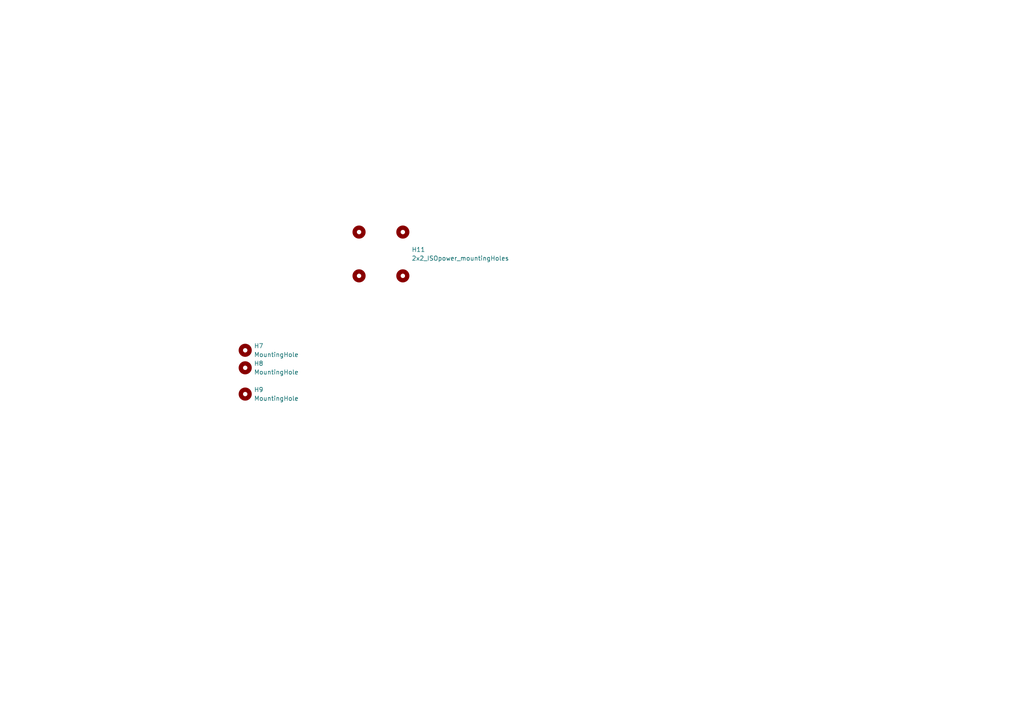
<source format=kicad_sch>
(kicad_sch (version 20211123) (generator eeschema)
  (paper "A4")
  (lib_symbols
    (symbol "000_Mechanical_Immo:2x2_ISOpower_mountingHoles" (pin_names (offset 1.016))
      (property "Reference" "H" (at 0 5.08 0))
      (property "Value" "2x2_ISOpower_mountingHoles" (at 0 3.175 0))
      (symbol "2x2_ISOpower_mountingHoles_0_1"
        (circle (center 0 -12.7) (radius 1.27) (stroke (width 1.27)))
        (circle (center 0 0) (radius 1.27) (stroke (width 1.27)))
        (circle (center 12.7 -12.7) (radius 1.27) (stroke (width 1.27)))
        (circle (center 12.7 0) (radius 1.27) (stroke (width 1.27)))
      )
    )
    (symbol "Mechanical:MountingHole" (pin_names (offset 1.016))
      (property "Reference" "H" (at 0 5.08 0))
      (property "Value" "MountingHole" (at 0 3.175 0))
      (symbol "MountingHole_0_1"
        (circle (center 0 0) (radius 1.27) (stroke (width 1.27)))
      )
    )
  )
  (symbol (lib_id "Mechanical:MountingHole") (at 71.12 114.3 0) (unit 1)
    (property "Reference" "H9" (at 73.66 113.0299 0) (effects (justify left)))
    (property "Value" "MountingHole" (at 73.66 115.5699 0) (effects (justify left)))
    (property "Footprint" "MountingHole:MountingHole_3.2mm_M3" (effects hide))
  )
  (symbol (lib_id "000_Mechanical_Immo:2x2_ISOpower_mountingHoles") (at 104.14 67.31 0) (unit 1)
    (property "Reference" "H11" (at 119.38 72.3899 0) (effects (justify left)))
    (property "Value" "2x2_ISOpower_mountingHoles" (at 119.38 74.9299 0) (effects (justify left)))
    (property "Footprint" "MountingHole:ISOpower_4xmounting_M3" (effects hide))
  )
  (symbol (lib_id "Mechanical:MountingHole") (at 71.12 101.6 0) (unit 1)
    (property "Reference" "H7" (at 73.66 100.3299 0) (effects (justify left)))
    (property "Value" "MountingHole" (at 73.66 102.8699 0) (effects (justify left)))
    (property "Footprint" "MountingHole:MountingHole_3.2mm_M3" (effects hide))
  )
  (symbol (lib_id "Mechanical:MountingHole") (at 71.12 106.68 0) (unit 1)
    (property "Reference" "H8" (at 73.66 105.4099 0) (effects (justify left)))
    (property "Value" "MountingHole" (at 73.66 107.9499 0) (effects (justify left)))
    (property "Footprint" "MountingHole:MountingHole_3.2mm_M3" (effects hide))
  )
)
</source>
